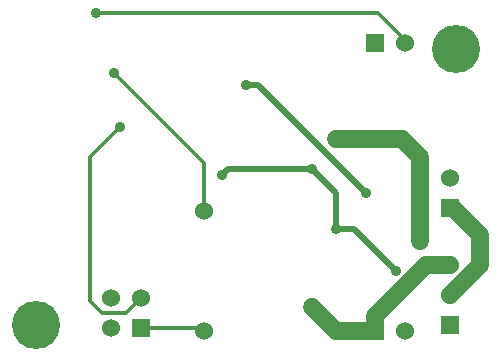
<source format=gbl>
G04 (created by PCBNEW (2013-04-19 BZR 4011)-stable) date 7/15/2013 11:46:01 PM*
%MOIN*%
G04 Gerber Fmt 3.4, Leading zero omitted, Abs format*
%FSLAX34Y34*%
G01*
G70*
G90*
G04 APERTURE LIST*
%ADD10C,0.000787402*%
%ADD11C,0.06*%
%ADD12C,0.16*%
%ADD13R,0.06X0.06*%
%ADD14C,0.035*%
%ADD15C,0.019685*%
%ADD16C,0.011811*%
%ADD17C,0.0590551*%
G04 APERTURE END LIST*
G54D10*
G54D11*
X52400Y-47400D03*
X52400Y-43400D03*
G54D12*
X46800Y-47200D03*
X60800Y-38000D03*
G54D13*
X50300Y-47300D03*
G54D11*
X49300Y-47300D03*
X50300Y-46300D03*
X49300Y-46300D03*
G54D13*
X58100Y-47400D03*
G54D11*
X59100Y-47400D03*
G54D13*
X58100Y-37800D03*
G54D11*
X59100Y-37800D03*
G54D13*
X60600Y-43300D03*
G54D11*
X60600Y-42300D03*
G54D13*
X60600Y-47200D03*
G54D11*
X60600Y-46200D03*
X60600Y-45200D03*
G54D14*
X53000Y-42200D03*
X58800Y-45400D03*
X56000Y-42000D03*
X56800Y-44000D03*
X48800Y-36800D03*
X49600Y-40600D03*
X57800Y-42800D03*
X53800Y-39200D03*
X56800Y-41000D03*
X59600Y-44400D03*
X49400Y-38800D03*
X56000Y-46600D03*
G54D15*
X53200Y-42000D02*
X56000Y-42000D01*
X53000Y-42200D02*
X53200Y-42000D01*
X56800Y-44000D02*
X57400Y-44000D01*
X57400Y-44000D02*
X58800Y-45400D01*
X56800Y-42800D02*
X56800Y-44000D01*
X56000Y-42000D02*
X56800Y-42800D01*
G54D16*
X59100Y-37700D02*
X59100Y-37800D01*
X58200Y-36800D02*
X59100Y-37700D01*
X57200Y-36800D02*
X58200Y-36800D01*
X48800Y-36800D02*
X57200Y-36800D01*
X50300Y-46300D02*
X49800Y-46800D01*
X49200Y-41000D02*
X49600Y-40600D01*
X48600Y-41600D02*
X49200Y-41000D01*
X48600Y-46400D02*
X48600Y-41600D01*
X49000Y-46800D02*
X48600Y-46400D01*
X49800Y-46800D02*
X49000Y-46800D01*
G54D17*
X60600Y-43300D02*
X60700Y-43300D01*
X61600Y-45200D02*
X60600Y-46200D01*
X61600Y-44200D02*
X61600Y-45200D01*
X60700Y-43300D02*
X61600Y-44200D01*
G54D15*
X54200Y-39200D02*
X53800Y-39200D01*
X57800Y-42800D02*
X54200Y-39200D01*
G54D16*
X50300Y-47300D02*
X52300Y-47300D01*
X52300Y-47300D02*
X52400Y-47400D01*
G54D17*
X59000Y-41000D02*
X56800Y-41000D01*
X59600Y-41600D02*
X59000Y-41000D01*
X59600Y-44400D02*
X59600Y-41600D01*
G54D16*
X52400Y-43400D02*
X52400Y-41800D01*
X52400Y-41800D02*
X49400Y-38800D01*
G54D17*
X58100Y-47400D02*
X56800Y-47400D01*
X56800Y-47400D02*
X56000Y-46600D01*
X60600Y-45200D02*
X59800Y-45200D01*
X58100Y-46900D02*
X58100Y-47400D01*
X59800Y-45200D02*
X58100Y-46900D01*
M02*

</source>
